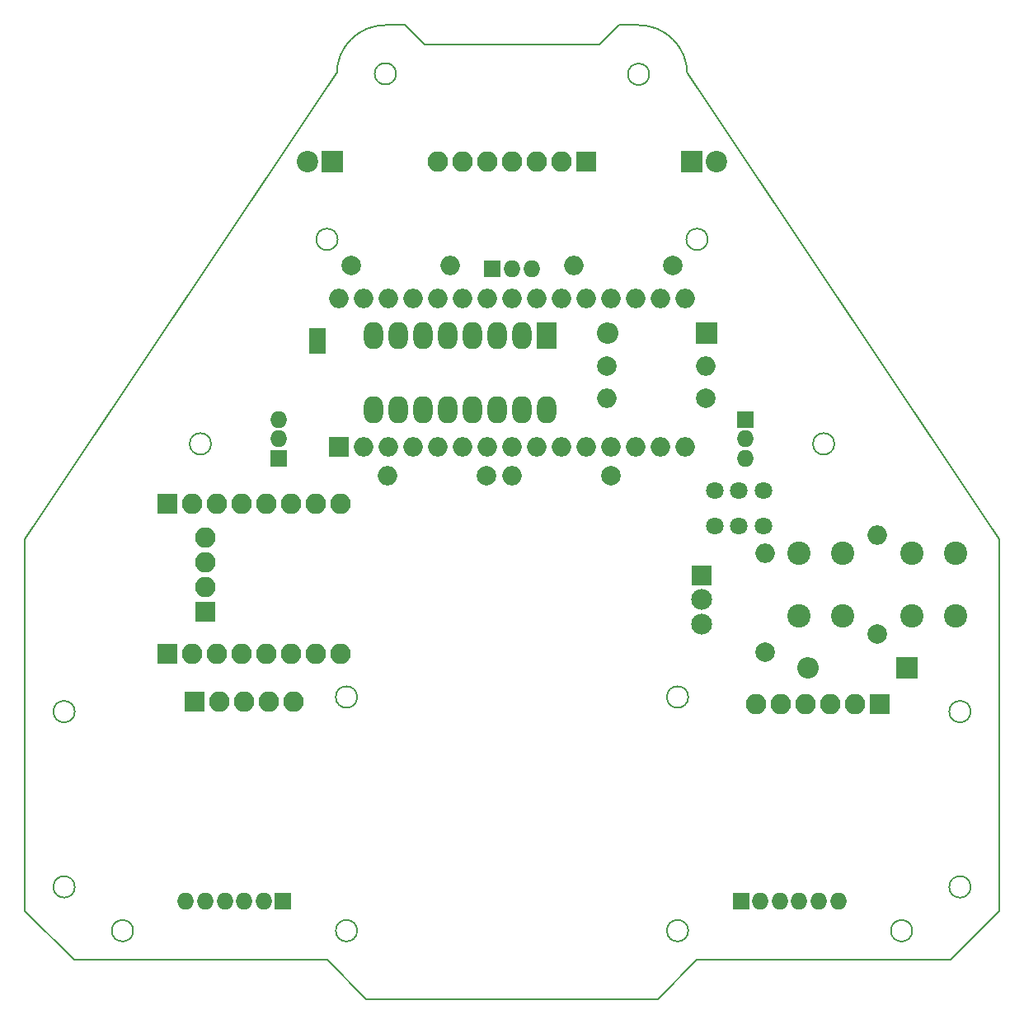
<source format=gts>
G04 #@! TF.FileFunction,Soldermask,Top*
%FSLAX46Y46*%
G04 Gerber Fmt 4.6, Leading zero omitted, Abs format (unit mm)*
G04 Created by KiCad (PCBNEW 4.0.7) date 07/12/18 19:39:05*
%MOMM*%
%LPD*%
G01*
G04 APERTURE LIST*
%ADD10C,0.100000*%
%ADD11C,0.150000*%
%ADD12R,2.000000X2.000000*%
%ADD13O,2.000000X2.000000*%
%ADD14R,2.100000X2.100000*%
%ADD15O,2.100000X2.100000*%
%ADD16R,2.200000X2.200000*%
%ADD17C,2.200000*%
%ADD18O,2.200000X2.200000*%
%ADD19R,2.150000X2.150000*%
%ADD20C,2.150000*%
%ADD21R,1.670000X1.370000*%
%ADD22C,2.000000*%
%ADD23C,1.800000*%
%ADD24R,2.000000X2.800000*%
%ADD25O,2.000000X2.800000*%
%ADD26C,2.400000*%
%ADD27R,1.750000X1.750000*%
%ADD28O,1.750000X1.750000*%
G04 APERTURE END LIST*
D10*
D11*
X61000000Y100000000D02*
X63000000Y100000000D01*
X37000000Y100000000D02*
X39000000Y100000000D01*
X59000000Y98000000D02*
X61000000Y100000000D01*
X41000000Y98000000D02*
X59000000Y98000000D01*
X39000000Y100000000D02*
X41000000Y98000000D01*
X100000000Y47200000D02*
X68000000Y95000000D01*
X68000000Y95000000D02*
G75*
G03X63000000Y100000000I-5000000J0D01*
G01*
X32000000Y95000000D02*
X0Y47200000D01*
X37000000Y100000000D02*
G75*
G03X32000000Y95000000I0J-5000000D01*
G01*
X83100000Y57000000D02*
G75*
G03X83100000Y57000000I-1100000J0D01*
G01*
X19100000Y57000000D02*
G75*
G03X19100000Y57000000I-1100000J0D01*
G01*
X70100000Y78000000D02*
G75*
G03X70100000Y78000000I-1100000J0D01*
G01*
X32100000Y78000000D02*
G75*
G03X32100000Y78000000I-1100000J0D01*
G01*
X64100000Y94950000D02*
G75*
G03X64100000Y94950000I-1100000J0D01*
G01*
X38100000Y95000000D02*
G75*
G03X38100000Y95000000I-1100000J0D01*
G01*
X34100000Y31000000D02*
G75*
G03X34100000Y31000000I-1100000J0D01*
G01*
X68100000Y31000000D02*
G75*
G03X68100000Y31000000I-1100000J0D01*
G01*
X68100000Y7000000D02*
G75*
G03X68100000Y7000000I-1100000J0D01*
G01*
X34100000Y7000000D02*
G75*
G03X34100000Y7000000I-1100000J0D01*
G01*
X91100000Y7000000D02*
G75*
G03X91100000Y7000000I-1100000J0D01*
G01*
X11100000Y7000000D02*
G75*
G03X11100000Y7000000I-1100000J0D01*
G01*
X95000000Y4000000D02*
X100000000Y9000000D01*
X69000000Y4000000D02*
X95000000Y4000000D01*
X65000000Y0D02*
X69000000Y4000000D01*
X35000000Y0D02*
X65000000Y0D01*
X5000000Y4000000D02*
X0Y9000000D01*
X31000000Y4000000D02*
X5000000Y4000000D01*
X35000000Y0D02*
X31000000Y4000000D01*
X97100000Y29500000D02*
G75*
G03X97100000Y29500000I-1100000J0D01*
G01*
X97100000Y11500000D02*
G75*
G03X97100000Y11500000I-1100000J0D01*
G01*
X5100000Y11500000D02*
G75*
G03X5100000Y11500000I-1100000J0D01*
G01*
X5100000Y29500000D02*
G75*
G03X5100000Y29500000I-1100000J0D01*
G01*
X0Y47200000D02*
X0Y9000000D01*
X100000000Y9000000D02*
X100000000Y47200000D01*
D12*
X32220000Y56660000D03*
D13*
X65240000Y71900000D03*
X34760000Y56660000D03*
X62700000Y71900000D03*
X37300000Y56660000D03*
X60160000Y71900000D03*
X39840000Y56660000D03*
X57620000Y71900000D03*
X42380000Y56660000D03*
X55080000Y71900000D03*
X44920000Y56660000D03*
X52540000Y71900000D03*
X47460000Y56660000D03*
X50000000Y71900000D03*
X50000000Y56660000D03*
X47460000Y71900000D03*
X52540000Y56660000D03*
X44920000Y71900000D03*
X55080000Y56660000D03*
X42380000Y71900000D03*
X57620000Y56660000D03*
X39840000Y71900000D03*
X60160000Y56660000D03*
X37300000Y71900000D03*
X62700000Y56660000D03*
X34760000Y71900000D03*
X65240000Y56660000D03*
X32220000Y71900000D03*
X67780000Y56660000D03*
X67780000Y71900000D03*
D14*
X14635931Y35430000D03*
D15*
X17175931Y35430000D03*
X19715931Y35430000D03*
X22255931Y35430000D03*
X24795931Y35430000D03*
X27335931Y35430000D03*
X29875931Y35430000D03*
X32415931Y35430000D03*
D16*
X31540000Y86000000D03*
D17*
X29000000Y86000000D03*
D16*
X68460000Y86000000D03*
D17*
X71000000Y86000000D03*
D16*
X70000000Y68400000D03*
D18*
X59840000Y68400000D03*
D19*
X69500000Y43500000D03*
D20*
X69500000Y41000000D03*
X69500000Y38500000D03*
D21*
X30000000Y68240000D03*
X30000000Y66960000D03*
D22*
X33500000Y75300000D03*
D13*
X43660000Y75300000D03*
D22*
X66500000Y75300000D03*
D13*
X56340000Y75300000D03*
D22*
X75950000Y35640000D03*
D13*
X75950000Y45800000D03*
D22*
X87500000Y37500000D03*
D13*
X87500000Y47660000D03*
D22*
X59740000Y65000000D03*
D13*
X69900000Y65000000D03*
D22*
X69900000Y61700000D03*
D13*
X59740000Y61700000D03*
D23*
X75800000Y48600000D03*
X75800000Y52200000D03*
X73300000Y48600000D03*
X70800000Y48600000D03*
X70800000Y52200000D03*
X73300000Y52200000D03*
D24*
X53580000Y68120000D03*
D25*
X35800000Y60500000D03*
X51040000Y68120000D03*
X38340000Y60500000D03*
X48500000Y68120000D03*
X40880000Y60500000D03*
X45960000Y68120000D03*
X43420000Y60500000D03*
X43420000Y68120000D03*
X45960000Y60500000D03*
X40880000Y68120000D03*
X48500000Y60500000D03*
X38340000Y68120000D03*
X51040000Y60500000D03*
X35800000Y68120000D03*
X53580000Y60500000D03*
D26*
X83950000Y39300000D03*
X79450000Y39300000D03*
X83950000Y45800000D03*
X79450000Y45800000D03*
X95550000Y39300000D03*
X91050000Y39300000D03*
X95550000Y45800000D03*
X91050000Y45800000D03*
D14*
X14635931Y50880839D03*
D15*
X17175931Y50880839D03*
X19715931Y50880839D03*
X22255931Y50880839D03*
X24795931Y50880839D03*
X27335931Y50880839D03*
X29875931Y50880839D03*
X32415931Y50880839D03*
D14*
X18500000Y39760000D03*
D15*
X18500000Y42300000D03*
X18500000Y44840000D03*
X18500000Y47380000D03*
D14*
X87740000Y30300000D03*
D15*
X85200000Y30300000D03*
X82660000Y30300000D03*
X80120000Y30300000D03*
X77580000Y30300000D03*
X75040000Y30300000D03*
D14*
X17420000Y30500000D03*
D15*
X19960000Y30500000D03*
X22500000Y30500000D03*
X25040000Y30500000D03*
X27580000Y30500000D03*
D27*
X26500000Y10000000D03*
D28*
X24500000Y10000000D03*
X22500000Y10000000D03*
X20500000Y10000000D03*
X18500000Y10000000D03*
X16500000Y10000000D03*
D27*
X73500000Y10000000D03*
D28*
X75500000Y10000000D03*
X77500000Y10000000D03*
X79500000Y10000000D03*
X81500000Y10000000D03*
X83500000Y10000000D03*
D27*
X26000000Y55500000D03*
D28*
X26000000Y57500000D03*
X26000000Y59500000D03*
D27*
X48000000Y75000000D03*
D28*
X50000000Y75000000D03*
X52000000Y75000000D03*
D27*
X74000000Y59500000D03*
D28*
X74000000Y57500000D03*
X74000000Y55500000D03*
D14*
X57620000Y86000000D03*
D15*
X55080000Y86000000D03*
X52540000Y86000000D03*
X50000000Y86000000D03*
X47460000Y86000000D03*
X44920000Y86000000D03*
X42380000Y86000000D03*
D22*
X47400000Y53700000D03*
D13*
X37240000Y53700000D03*
D22*
X60160000Y53700000D03*
D13*
X50000000Y53700000D03*
D16*
X90560000Y34000000D03*
D18*
X80400000Y34000000D03*
M02*

</source>
